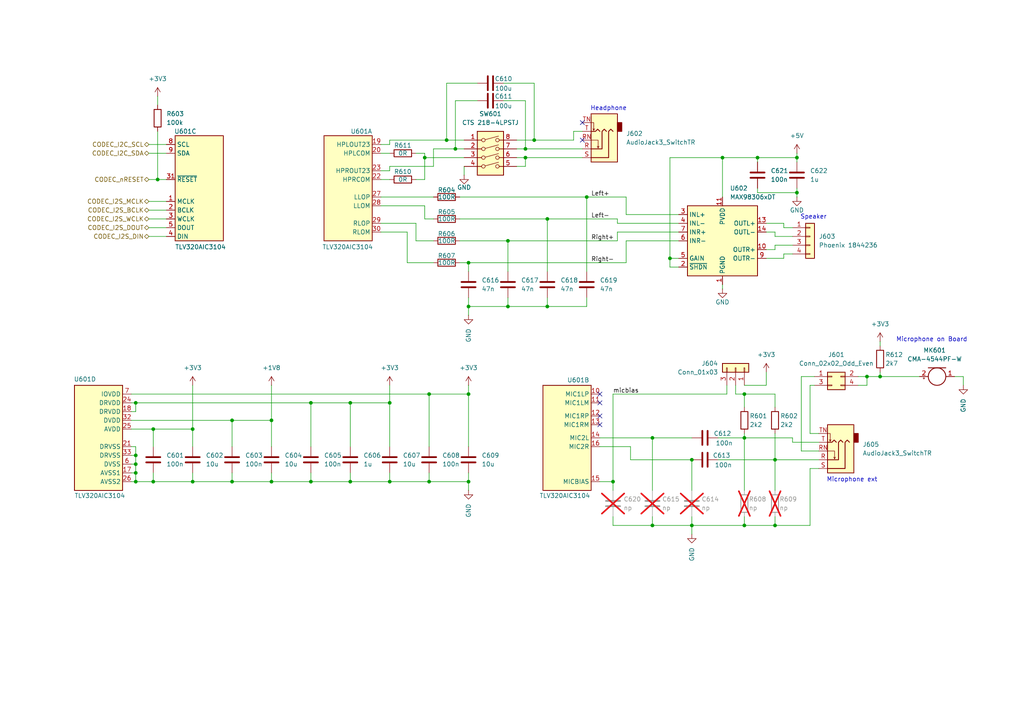
<source format=kicad_sch>
(kicad_sch (version 20250114) (generator "eeschema") (generator_version "9.0")
  (paper "A4")
  (lib_symbols
    (symbol "+3V3_1" (power) (pin_numbers (hide yes)) (pin_names (offset 0) (hide yes))
      (property "Value" "+3V3" (at 0 3.556 0))
      (symbol "+3V3_1_0_1"
        (polyline (pts (xy -0.762 1.27) (xy 0 2.54)))
        (polyline (pts (xy 0 2.54) (xy 0.762 1.27)))
        (polyline (pts (xy 0 0) (xy 0 2.54)))
      )
      (symbol "+3V3_1_1_1"
        (pin power_in line (at 0 0 90) (length 0) (name "~") (number "1"))
      )
    )
    (symbol "Amplifier_Audio:MAX98306xDT"
      (property "Reference" "U" (at 10.16 14.605 0))
      (property "Value" "MAX98306xDT" (at 10.16 12.065 0))
      (symbol "MAX98306xDT_0_1"
        (rectangle (start -10.16 10.16) (end 10.16 -10.16) (stroke (width 0.254)) (fill (type background)))
      )
      (symbol "MAX98306xDT_1_1"
        (pin input line (at -12.7 7.62 0) (length 2.54) (name "INL+") (number "3"))
        (pin input line (at -12.7 5.08 0) (length 2.54) (name "INL-") (number "4"))
        (pin input line (at -12.7 2.54 0) (length 2.54) (name "INR+") (number "7"))
        (pin input line (at -12.7 0 0) (length 2.54) (name "INR-") (number "6"))
        (pin input line (at -12.7 -5.08 0) (length 2.54) (name "GAIN") (number "5"))
        (pin input line (at -12.7 -7.62 0) (length 2.54) (name "~{SHDN}") (number "2"))
        (pin power_in line (at 0 12.7 270) (length 2.54) (name "PVDD") (number "11"))
        (pin passive line (at 0 12.7 270) (length 2.54) (hide yes) (name "PVDD") (number "12"))
        (pin power_in line (at 0 -12.7 90) (length 2.54) (name "PGND") (number "1"))
        (pin passive line (at 0 -12.7 90) (length 2.54) (hide yes) (name "PGND") (number "15"))
        (pin passive line (at 0 -12.7 90) (length 2.54) (hide yes) (name "PGND") (number "8"))
        (pin power_out line (at 12.7 5.08 180) (length 2.54) (name "OUTL+") (number "13"))
        (pin power_out line (at 12.7 2.54 180) (length 2.54) (name "OUTL-") (number "14"))
        (pin power_out line (at 12.7 -2.54 180) (length 2.54) (name "OUTR+") (number "10"))
        (pin power_out line (at 12.7 -5.08 180) (length 2.54) (name "OUTR-") (number "9"))
      )
    )
    (symbol "Connector_Audio:AudioJack3_SwitchTR"
      (property "Reference" "J" (at 0 8.89 0))
      (property "Value" "AudioJack3_SwitchTR" (at 0 6.35 0))
      (symbol "AudioJack3_SwitchTR_0_1"
        (rectangle (start -5.08 -5.08) (end -6.35 -7.62) (stroke (width 0.254)) (fill (type outline)))
        (polyline (pts (xy -1.905 -5.08) (xy -1.27 -5.715) (xy -0.635 -5.08) (xy -0.635 0) (xy 2.54 0)) (stroke (width 0.254)))
        (polyline (pts (xy 0 -5.08) (xy 0.635 -5.715) (xy 1.27 -5.08) (xy 2.54 -5.08)) (stroke (width 0.254)))
        (polyline (pts (xy 0.508 -0.254) (xy 0.762 -0.762)))
        (polyline (pts (xy 1.778 -5.334) (xy 2.032 -5.842)))
        (rectangle (start 2.54 3.81) (end -5.08 -10.16) (stroke (width 0.254)) (fill (type background)))
        (polyline (pts (xy 2.54 2.54) (xy -2.54 2.54) (xy -2.54 -5.08) (xy -3.175 -5.715) (xy -3.81 -5.08)) (stroke (width 0.254)))
        (polyline (pts (xy 2.54 -2.54) (xy 0.508 -2.54) (xy 0.508 -0.254) (xy 0.254 -0.762)))
        (polyline (pts (xy 2.54 -7.62) (xy 1.778 -7.62) (xy 1.778 -5.334) (xy 1.524 -5.842)))
      )
      (symbol "AudioJack3_SwitchTR_1_1"
        (pin passive line (at 5.08 2.54 180) (length 2.54) (name "~") (number "S"))
        (pin passive line (at 5.08 0 180) (length 2.54) (name "~") (number "R"))
        (pin passive line (at 5.08 -2.54 180) (length 2.54) (name "~") (number "RN"))
        (pin passive line (at 5.08 -5.08 180) (length 2.54) (name "~") (number "T"))
        (pin passive line (at 5.08 -7.62 180) (length 2.54) (name "~") (number "TN"))
      )
    )
    (symbol "Connector_Generic:Conn_01x03" (pin_names (offset 1.016) (hide yes))
      (property "Reference" "J" (at 0 5.08 0))
      (property "Value" "Conn_01x03" (at 0 -5.08 0))
      (symbol "Conn_01x03_1_1"
        (rectangle (start -1.27 3.81) (end 1.27 -3.81) (stroke (width 0.254)) (fill (type background)))
        (rectangle (start -1.27 2.667) (end 0 2.413) (stroke (width 0.1524)))
        (rectangle (start -1.27 0.127) (end 0 -0.127) (stroke (width 0.1524)))
        (rectangle (start -1.27 -2.413) (end 0 -2.667) (stroke (width 0.1524)))
        (pin passive line (at -5.08 2.54 0) (length 3.81) (name "Pin_1") (number "1"))
        (pin passive line (at -5.08 0 0) (length 3.81) (name "Pin_2") (number "2"))
        (pin passive line (at -5.08 -2.54 0) (length 3.81) (name "Pin_3") (number "3"))
      )
    )
    (symbol "Connector_Generic:Conn_01x04" (pin_names (offset 1.016) (hide yes))
      (property "Reference" "J" (at 0 5.08 0))
      (property "Value" "Conn_01x04" (at 0 -7.62 0))
      (symbol "Conn_01x04_1_1"
        (rectangle (start -1.27 3.81) (end 1.27 -6.35) (stroke (width 0.254)) (fill (type background)))
        (rectangle (start -1.27 2.667) (end 0 2.413) (stroke (width 0.1524)))
        (rectangle (start -1.27 0.127) (end 0 -0.127) (stroke (width 0.1524)))
        (rectangle (start -1.27 -2.413) (end 0 -2.667) (stroke (width 0.1524)))
        (rectangle (start -1.27 -4.953) (end 0 -5.207) (stroke (width 0.1524)))
        (pin passive line (at -5.08 2.54 0) (length 3.81) (name "Pin_1") (number "1"))
        (pin passive line (at -5.08 0 0) (length 3.81) (name "Pin_2") (number "2"))
        (pin passive line (at -5.08 -2.54 0) (length 3.81) (name "Pin_3") (number "3"))
        (pin passive line (at -5.08 -5.08 0) (length 3.81) (name "Pin_4") (number "4"))
      )
    )
    (symbol "Connector_Generic:Conn_02x02_Odd_Even" (pin_names (offset 1.016) (hide yes))
      (property "Reference" "J" (at 1.27 2.54 0))
      (property "Value" "Conn_02x02_Odd_Even" (at 1.27 -5.08 0))
      (symbol "Conn_02x02_Odd_Even_1_1"
        (rectangle (start -1.27 1.27) (end 3.81 -3.81) (stroke (width 0.254)) (fill (type background)))
        (rectangle (start -1.27 0.127) (end 0 -0.127) (stroke (width 0.1524)))
        (rectangle (start -1.27 -2.413) (end 0 -2.667) (stroke (width 0.1524)))
        (rectangle (start 3.81 0.127) (end 2.54 -0.127) (stroke (width 0.1524)))
        (rectangle (start 3.81 -2.413) (end 2.54 -2.667) (stroke (width 0.1524)))
        (pin passive line (at -5.08 0 0) (length 3.81) (name "Pin_1") (number "1"))
        (pin passive line (at -5.08 -2.54 0) (length 3.81) (name "Pin_3") (number "3"))
        (pin passive line (at 7.62 0 180) (length 3.81) (name "Pin_2") (number "2"))
        (pin passive line (at 7.62 -2.54 180) (length 3.81) (name "Pin_4") (number "4"))
      )
    )
    (symbol "Device:C" (pin_numbers (hide yes)) (pin_names (offset 0.254))
      (property "Reference" "C" (at 0.635 2.54 0))
      (property "Value" "C" (at 0.635 -2.54 0))
      (symbol "C_0_1"
        (polyline (pts (xy -2.032 0.762) (xy 2.032 0.762)) (stroke (width 0.508)))
        (polyline (pts (xy -2.032 -0.762) (xy 2.032 -0.762)) (stroke (width 0.508)))
      )
      (symbol "C_1_1"
        (pin passive line (at 0 3.81 270) (length 2.794) (name "~") (number "1"))
        (pin passive line (at 0 -3.81 90) (length 2.794) (name "~") (number "2"))
      )
    )
    (symbol "Device:Microphone" (pin_names (offset 0.0254) (hide yes))
      (property "Reference" "MK" (at -3.81 1.27 0))
      (property "Value" "Microphone" (at -3.81 -0.635 0))
      (symbol "Microphone_0_1"
        (polyline (pts (xy -2.54 2.54) (xy -2.54 -2.54)) (stroke (width 0.254)))
        (circle (center 0 0) (radius 2.54) (stroke (width 0.254)))
        (polyline (pts (xy 0.254 3.81) (xy 0.762 3.81)))
        (polyline (pts (xy 0.508 4.064) (xy 0.508 3.556)))
      )
      (symbol "Microphone_1_1"
        (pin passive line (at 0 5.08 270) (length 2.54) (name "+") (number "2"))
        (pin passive line (at 0 -5.08 90) (length 2.54) (name "-") (number "1"))
      )
    )
    (symbol "Device:R" (pin_numbers (hide yes)) (pin_names (offset 0))
      (property "Reference" "R" (at 2.032 0 90))
      (property "Value" "R" (at 0 0 90))
      (symbol "R_0_1"
        (rectangle (start -1.016 -2.54) (end 1.016 2.54) (stroke (width 0.254)))
      )
      (symbol "R_1_1"
        (pin passive line (at 0 3.81 270) (length 1.27) (name "~") (number "1"))
        (pin passive line (at 0 -3.81 90) (length 1.27) (name "~") (number "2"))
      )
    )
    (symbol "GND_1" (power) (pin_numbers (hide yes)) (pin_names (offset 0) (hide yes))
      (property "Value" "GND" (at 0 -3.81 0))
      (symbol "GND_1_0_1"
        (polyline (pts (xy 0 0) (xy 0 -1.27) (xy 1.27 -1.27) (xy 0 -2.54) (xy -1.27 -1.27) (xy 0 -1.27)))
      )
      (symbol "GND_1_1_1"
        (pin power_in line (at 0 0 270) (length 0) (name "~") (number "1"))
      )
    )
    (symbol "Switch:SW_DIP_x04" (pin_names (offset 0) (hide yes))
      (property "Reference" "SW" (at 0 8.89 0))
      (property "Value" "SW_DIP_x04" (at 0 -6.35 0))
      (symbol "SW_DIP_x04_0_0"
        (circle (center -2.032 5.08) (radius 0.508))
        (circle (center -2.032 2.54) (radius 0.508))
        (circle (center -2.032 0) (radius 0.508))
        (circle (center -2.032 -2.54) (radius 0.508))
        (polyline (pts (xy -1.524 5.207) (xy 2.3622 6.2484)))
        (polyline (pts (xy -1.524 2.667) (xy 2.3622 3.7084)))
        (polyline (pts (xy -1.524 0.127) (xy 2.3622 1.1684)))
        (polyline (pts (xy -1.524 -2.3876) (xy 2.3622 -1.3462)))
        (circle (center 2.032 5.08) (radius 0.508))
        (circle (center 2.032 2.54) (radius 0.508))
        (circle (center 2.032 0) (radius 0.508))
        (circle (center 2.032 -2.54) (radius 0.508))
      )
      (symbol "SW_DIP_x04_0_1"
        (rectangle (start -3.81 7.62) (end 3.81 -5.08) (stroke (width 0.254)) (fill (type background)))
      )
      (symbol "SW_DIP_x04_1_1"
        (pin passive line (at -7.62 5.08 0) (length 5.08) (name "~") (number "1"))
        (pin passive line (at -7.62 2.54 0) (length 5.08) (name "~") (number "2"))
        (pin passive line (at -7.62 0 0) (length 5.08) (name "~") (number "3"))
        (pin passive line (at -7.62 -2.54 0) (length 5.08) (name "~") (number "4"))
        (pin passive line (at 7.62 5.08 180) (length 5.08) (name "~") (number "8"))
        (pin passive line (at 7.62 2.54 180) (length 5.08) (name "~") (number "7"))
        (pin passive line (at 7.62 0 180) (length 5.08) (name "~") (number "6"))
        (pin passive line (at 7.62 -2.54 180) (length 5.08) (name "~") (number "5"))
      )
    )
    (symbol "additial parts:TLV320AIC3104"
      (property "Reference" "U" (at 1.016 1.27 0))
      (property "Value" "TLV320AIC3104" (at 7.112 -32.004 0))
      (symbol "TLV320AIC3104_1_1"
        (rectangle (start 0 0) (end 13.97 -30.48) (stroke (width 0.254)) (fill (type background)))
        (pin output line (at -2.54 -2.54 0) (length 2.54) (name "HPLOUT23") (number "19"))
        (pin output line (at -2.54 -5.08 0) (length 2.54) (name "HPLCOM") (number "20"))
        (pin output line (at -2.54 -10.16 0) (length 2.54) (name "HPROUT23") (number "23"))
        (pin output line (at -2.54 -12.7 0) (length 2.54) (name "HPRCOM") (number "22"))
        (pin output line (at -2.54 -17.78 0) (length 2.54) (name "LLOP") (number "27"))
        (pin output line (at -2.54 -20.32 0) (length 2.54) (name "LLOM") (number "28"))
        (pin output line (at -2.54 -25.4 0) (length 2.54) (name "RLOP") (number "29"))
        (pin output line (at -2.54 -27.94 0) (length 2.54) (name "RLOM") (number "30"))
      )
      (symbol "TLV320AIC3104_2_1"
        (rectangle (start 0 0) (end 13.97 -30.48) (stroke (width 0.254)) (fill (type background)))
        (pin input line (at -2.54 -2.54 0) (length 2.54) (name "MIC1LP") (number "10"))
        (pin input line (at -2.54 -5.08 0) (length 2.54) (name "MIC1LM") (number "11"))
        (pin input line (at -2.54 -8.89 0) (length 2.54) (name "MIC1RP") (number "12"))
        (pin input line (at -2.54 -11.43 0) (length 2.54) (name "MIC1RM") (number "13"))
        (pin input line (at -2.54 -15.24 0) (length 2.54) (name "MIC2L") (number "14"))
        (pin input line (at -2.54 -17.78 0) (length 2.54) (name "MIC2R") (number "16"))
        (pin output line (at -2.54 -27.94 0) (length 2.54) (name "MICBIAS") (number "15"))
      )
      (symbol "TLV320AIC3104_3_1"
        (rectangle (start 0 0) (end 13.97 -30.48) (stroke (width 0.254)) (fill (type background)))
        (pin bidirectional line (at -2.54 -2.54 0) (length 2.54) (name "SCL") (number "8"))
        (pin bidirectional line (at -2.54 -5.08 0) (length 2.54) (name "SDA") (number "9"))
        (pin input line (at -2.54 -12.7 0) (length 2.54) (name "~{RESET}") (number "31"))
        (pin input line (at -2.54 -19.05 0) (length 2.54) (name "MCLK") (number "1"))
        (pin bidirectional line (at -2.54 -21.59 0) (length 2.54) (name "BCLK") (number "2"))
        (pin bidirectional line (at -2.54 -24.13 0) (length 2.54) (name "WCLK") (number "3"))
        (pin output line (at -2.54 -26.67 0) (length 2.54) (name "DOUT") (number "5"))
        (pin input line (at -2.54 -29.21 0) (length 2.54) (name "DIN") (number "4"))
      )
      (symbol "TLV320AIC3104_4_1"
        (rectangle (start 0 0) (end 13.97 -30.48) (stroke (width 0.254)) (fill (type background)))
        (pin power_in line (at 16.51 -2.54 180) (length 2.54) (name "IOVDD") (number "7"))
        (pin power_in line (at 16.51 -5.08 180) (length 2.54) (name "DRVDD") (number "24"))
        (pin power_in line (at 16.51 -7.62 180) (length 2.54) (name "DRVDD") (number "18"))
        (pin power_in line (at 16.51 -10.16 180) (length 2.54) (name "DVDD") (number "32"))
        (pin power_in line (at 16.51 -12.7 180) (length 2.54) (name "AVDD") (number "25"))
        (pin power_in line (at 16.51 -17.78 180) (length 2.54) (name "DRVSS") (number "21"))
        (pin power_in line (at 16.51 -20.32 180) (length 2.54) (name "DRVSS") (number "33"))
        (pin power_in line (at 16.51 -22.86 180) (length 2.54) (name "DVSS") (number "6"))
        (pin power_in line (at 16.51 -25.4 180) (length 2.54) (name "AVSS1") (number "17"))
        (pin power_in line (at 16.51 -27.94 180) (length 2.54) (name "AVSS2") (number "26"))
      )
    )
    (symbol "power:+1V8" (power) (pin_numbers (hide yes)) (pin_names (offset 0) (hide yes))
      (property "Value" "+1V8" (at 0 3.556 0))
      (symbol "+1V8_0_1"
        (polyline (pts (xy -0.762 1.27) (xy 0 2.54)))
        (polyline (pts (xy 0 2.54) (xy 0.762 1.27)))
        (polyline (pts (xy 0 0) (xy 0 2.54)))
      )
      (symbol "+1V8_1_1"
        (pin power_in line (at 0 0 90) (length 0) (name "~") (number "1"))
      )
    )
    (symbol "power:+5V" (power) (pin_numbers (hide yes)) (pin_names (offset 0) (hide yes))
      (property "Value" "+5V" (at 0 3.556 0))
      (symbol "+5V_0_1"
        (polyline (pts (xy -0.762 1.27) (xy 0 2.54)))
        (polyline (pts (xy 0 2.54) (xy 0.762 1.27)))
        (polyline (pts (xy 0 0) (xy 0 2.54)))
      )
      (symbol "+5V_1_1"
        (pin power_in line (at 0 0 90) (length 0) (name "~") (number "1"))
      )
    )
  )
  (text "Speaker" (at 235.966 62.992 0) (effects (font (size 1.27 1.27))))
  (text "Microphone ext" (at 247.142 139.192 0) (effects (font (size 1.27 1.27))))
  (text "Headphone" (at 176.53 31.496 0) (effects (font (size 1.27 1.27))))
  (text "Microphone on Board" (at 270.256 98.552 0) (effects (font (size 1.27 1.27))))
  (junction (at 147.32 88.9))
  (junction (at 124.46 114.3))
  (junction (at 224.79 152.4))
  (junction (at 123.19 45.72))
  (junction (at 177.8 139.7))
  (junction (at 90.17 116.84))
  (junction (at 39.37 132.08))
  (junction (at 135.89 114.3))
  (junction (at 90.17 139.7))
  (junction (at 101.6 139.7))
  (junction (at 189.23 127))
  (junction (at 44.45 124.46))
  (junction (at 135.89 76.2))
  (junction (at 44.45 139.7))
  (junction (at 55.88 124.46))
  (junction (at 67.31 139.7))
  (junction (at 158.75 88.9))
  (junction (at 255.27 109.22))
  (junction (at 189.23 152.4))
  (junction (at 135.89 139.7))
  (junction (at 101.6 116.84))
  (junction (at 135.89 88.9))
  (junction (at 129.54 40.64))
  (junction (at 224.79 133.35))
  (junction (at 231.14 55.88))
  (junction (at 215.9 114.3))
  (junction (at 152.4 43.18))
  (junction (at 39.37 116.84))
  (junction (at 39.37 139.7))
  (junction (at 45.72 52.07))
  (junction (at 209.55 45.72))
  (junction (at 200.66 133.35))
  (junction (at 170.18 57.15))
  (junction (at 215.9 127))
  (junction (at 132.08 43.18))
  (junction (at 39.37 134.62))
  (junction (at 124.46 139.7))
  (junction (at 55.88 139.7))
  (junction (at 113.03 139.7))
  (junction (at 154.94 40.64))
  (junction (at 78.74 139.7))
  (junction (at 147.32 69.85))
  (junction (at 113.03 116.84))
  (junction (at 231.14 45.72))
  (junction (at 200.66 152.4))
  (junction (at 194.31 74.93))
  (junction (at 158.75 63.5))
  (junction (at 78.74 121.92))
  (junction (at 251.46 109.22))
  (junction (at 152.4 45.72))
  (junction (at 67.31 121.92))
  (junction (at 215.9 152.4))
  (junction (at 219.71 45.72))
  (junction (at 39.37 137.16))
  (no_connect (at 173.99 123.19))
  (no_connect (at 168.91 35.56))
  (no_connect (at 168.91 40.64))
  (no_connect (at 173.99 120.65))
  (no_connect (at 173.99 116.84))
  (no_connect (at 173.99 114.3))
  (wire (pts (xy 224.79 152.4) (xy 234.95 152.4)))
  (wire (pts (xy 67.31 129.54) (xy 67.31 121.92)))
  (wire (pts (xy 213.36 111.76) (xy 213.36 114.3)))
  (wire (pts (xy 133.35 63.5) (xy 158.75 63.5)))
  (wire (pts (xy 113.03 41.91) (xy 113.03 40.64)))
  (wire (pts (xy 224.79 72.39) (xy 222.25 72.39)))
  (wire (pts (xy 231.14 46.99) (xy 231.14 45.72)))
  (wire (pts (xy 194.31 74.93) (xy 196.85 74.93)))
  (wire (pts (xy 138.43 29.21) (xy 132.08 29.21)))
  (wire (pts (xy 149.86 48.26) (xy 152.4 48.26)))
  (wire (pts (xy 44.45 129.54) (xy 44.45 124.46)))
  (wire (pts (xy 236.22 109.22) (xy 232.41 109.22)))
  (wire (pts (xy 78.74 139.7) (xy 90.17 139.7)))
  (wire (pts (xy 45.72 27.94) (xy 45.72 30.48)))
  (wire (pts (xy 170.18 57.15) (xy 170.18 78.74)))
  (wire (pts (xy 251.46 109.22) (xy 248.92 109.22)))
  (wire (pts (xy 132.08 29.21) (xy 132.08 43.18)))
  (wire (pts (xy 39.37 116.84) (xy 90.17 116.84)))
  (wire (pts (xy 234.95 135.89) (xy 237.49 135.89)))
  (wire (pts (xy 135.89 139.7) (xy 135.89 142.24)))
  (wire (pts (xy 90.17 139.7) (xy 101.6 139.7)))
  (wire (pts (xy 101.6 116.84) (xy 90.17 116.84)))
  (wire (pts (xy 219.71 45.72) (xy 219.71 46.99)))
  (wire (pts (xy 118.11 76.2) (xy 125.73 76.2)))
  (wire (pts (xy 173.99 139.7) (xy 177.8 139.7)))
  (wire (pts (xy 45.72 38.1) (xy 45.72 52.07)))
  (wire (pts (xy 39.37 134.62) (xy 39.37 137.16)))
  (wire (pts (xy 234.95 135.89) (xy 234.95 152.4)))
  (wire (pts (xy 78.74 111.76) (xy 78.74 121.92)))
  (wire (pts (xy 215.9 114.3) (xy 213.36 114.3)))
  (wire (pts (xy 227.33 74.93) (xy 227.33 73.66)))
  (wire (pts (xy 101.6 137.16) (xy 101.6 139.7)))
  (wire (pts (xy 215.9 127) (xy 215.9 125.73)))
  (wire (pts (xy 200.66 133.35) (xy 200.66 142.24)))
  (wire (pts (xy 224.79 125.73) (xy 224.79 133.35)))
  (wire (pts (xy 200.66 152.4) (xy 200.66 149.86)))
  (wire (pts (xy 158.75 88.9) (xy 147.32 88.9)))
  (wire (pts (xy 158.75 63.5) (xy 179.07 63.5)))
  (wire (pts (xy 158.75 86.36) (xy 158.75 88.9)))
  (wire (pts (xy 39.37 119.38) (xy 39.37 116.84)))
  (wire (pts (xy 55.88 124.46) (xy 55.88 129.54)))
  (wire (pts (xy 181.61 69.85) (xy 196.85 69.85)))
  (wire (pts (xy 135.89 88.9) (xy 135.89 91.44)))
  (wire (pts (xy 55.88 137.16) (xy 55.88 139.7)))
  (wire (pts (xy 200.66 152.4) (xy 200.66 154.94)))
  (wire (pts (xy 43.18 63.5) (xy 48.26 63.5)))
  (wire (pts (xy 231.14 44.45) (xy 231.14 45.72)))
  (wire (pts (xy 149.86 40.64) (xy 154.94 40.64)))
  (wire (pts (xy 231.14 55.88) (xy 231.14 54.61)))
  (wire (pts (xy 110.49 64.77) (xy 120.65 64.77)))
  (wire (pts (xy 78.74 129.54) (xy 78.74 121.92)))
  (wire (pts (xy 135.89 137.16) (xy 135.89 139.7)))
  (wire (pts (xy 237.49 125.73) (xy 234.95 125.73)))
  (wire (pts (xy 189.23 127) (xy 200.66 127)))
  (wire (pts (xy 149.86 45.72) (xy 152.4 45.72)))
  (wire (pts (xy 124.46 139.7) (xy 135.89 139.7)))
  (wire (pts (xy 124.46 114.3) (xy 124.46 129.54)))
  (wire (pts (xy 147.32 69.85) (xy 147.32 78.74)))
  (wire (pts (xy 135.89 78.74) (xy 135.89 76.2)))
  (wire (pts (xy 147.32 86.36) (xy 147.32 88.9)))
  (wire (pts (xy 219.71 55.88) (xy 231.14 55.88)))
  (wire (pts (xy 39.37 139.7) (xy 44.45 139.7)))
  (wire (pts (xy 232.41 109.22) (xy 232.41 130.81)))
  (wire (pts (xy 123.19 52.07) (xy 123.19 45.72)))
  (wire (pts (xy 38.1 114.3) (xy 124.46 114.3)))
  (wire (pts (xy 38.1 119.38) (xy 39.37 119.38)))
  (wire (pts (xy 177.8 149.86) (xy 177.8 152.4)))
  (wire (pts (xy 113.03 40.64) (xy 129.54 40.64)))
  (wire (pts (xy 135.89 129.54) (xy 135.89 114.3)))
  (wire (pts (xy 173.99 127) (xy 189.23 127)))
  (wire (pts (xy 129.54 40.64) (xy 134.62 40.64)))
  (wire (pts (xy 219.71 45.72) (xy 209.55 45.72)))
  (wire (pts (xy 224.79 133.35) (xy 237.49 133.35)))
  (wire (pts (xy 181.61 62.23) (xy 181.61 57.15)))
  (wire (pts (xy 179.07 67.31) (xy 196.85 67.31)))
  (wire (pts (xy 170.18 57.15) (xy 181.61 57.15)))
  (wire (pts (xy 215.9 118.11) (xy 215.9 114.3)))
  (wire (pts (xy 123.19 59.69) (xy 123.19 63.5)))
  (wire (pts (xy 135.89 76.2) (xy 133.35 76.2)))
  (wire (pts (xy 38.1 129.54) (xy 39.37 129.54)))
  (wire (pts (xy 39.37 132.08) (xy 39.37 134.62)))
  (wire (pts (xy 135.89 88.9) (xy 135.89 86.36)))
  (wire (pts (xy 152.4 43.18) (xy 168.91 43.18)))
  (wire (pts (xy 224.79 67.31) (xy 222.25 67.31)))
  (wire (pts (xy 181.61 76.2) (xy 181.61 69.85)))
  (wire (pts (xy 177.8 114.3) (xy 210.82 114.3)))
  (wire (pts (xy 39.37 139.7) (xy 39.37 137.16)))
  (wire (pts (xy 129.54 24.13) (xy 129.54 40.64)))
  (wire (pts (xy 179.07 63.5) (xy 179.07 64.77)))
  (wire (pts (xy 55.88 111.76) (xy 55.88 124.46)))
  (wire (pts (xy 200.66 152.4) (xy 215.9 152.4)))
  (wire (pts (xy 179.07 67.31) (xy 179.07 69.85)))
  (wire (pts (xy 147.32 69.85) (xy 179.07 69.85)))
  (wire (pts (xy 154.94 40.64) (xy 166.37 40.64)))
  (wire (pts (xy 152.4 45.72) (xy 152.4 48.26)))
  (wire (pts (xy 43.18 68.58) (xy 48.26 68.58)))
  (wire (pts (xy 170.18 88.9) (xy 158.75 88.9)))
  (wire (pts (xy 210.82 114.3) (xy 210.82 111.76)))
  (wire (pts (xy 215.9 127) (xy 229.87 127)))
  (wire (pts (xy 124.46 114.3) (xy 135.89 114.3)))
  (wire (pts (xy 208.28 133.35) (xy 224.79 133.35)))
  (wire (pts (xy 43.18 52.07) (xy 45.72 52.07)))
  (wire (pts (xy 177.8 152.4) (xy 189.23 152.4)))
  (wire (pts (xy 279.4 109.22) (xy 279.4 111.76)))
  (wire (pts (xy 110.49 59.69) (xy 123.19 59.69)))
  (wire (pts (xy 194.31 74.93) (xy 194.31 45.72)))
  (wire (pts (xy 135.89 111.76) (xy 135.89 114.3)))
  (wire (pts (xy 147.32 88.9) (xy 135.89 88.9)))
  (wire (pts (xy 166.37 38.1) (xy 166.37 40.64)))
  (wire (pts (xy 255.27 99.06) (xy 255.27 100.33)))
  (wire (pts (xy 101.6 129.54) (xy 101.6 116.84)))
  (wire (pts (xy 224.79 71.12) (xy 224.79 72.39)))
  (wire (pts (xy 177.8 139.7) (xy 177.8 142.24)))
  (wire (pts (xy 110.49 49.53) (xy 113.03 49.53)))
  (wire (pts (xy 154.94 40.64) (xy 154.94 24.13)))
  (wire (pts (xy 215.9 111.76) (xy 222.25 111.76)))
  (wire (pts (xy 120.65 52.07) (xy 123.19 52.07)))
  (wire (pts (xy 168.91 38.1) (xy 166.37 38.1)))
  (wire (pts (xy 78.74 137.16) (xy 78.74 139.7)))
  (wire (pts (xy 224.79 118.11) (xy 224.79 114.3)))
  (wire (pts (xy 229.87 127) (xy 229.87 128.27)))
  (wire (pts (xy 215.9 152.4) (xy 224.79 152.4)))
  (wire (pts (xy 182.88 129.54) (xy 182.88 133.35)))
  (wire (pts (xy 44.45 124.46) (xy 55.88 124.46)))
  (wire (pts (xy 234.95 111.76) (xy 234.95 125.73)))
  (wire (pts (xy 179.07 64.77) (xy 196.85 64.77)))
  (wire (pts (xy 222.25 64.77) (xy 227.33 64.77)))
  (wire (pts (xy 67.31 139.7) (xy 78.74 139.7)))
  (wire (pts (xy 133.35 69.85) (xy 147.32 69.85)))
  (wire (pts (xy 110.49 44.45) (xy 113.03 44.45)))
  (wire (pts (xy 113.03 139.7) (xy 124.46 139.7)))
  (wire (pts (xy 39.37 129.54) (xy 39.37 132.08)))
  (wire (pts (xy 276.86 109.22) (xy 279.4 109.22)))
  (wire (pts (xy 38.1 116.84) (xy 39.37 116.84)))
  (wire (pts (xy 101.6 139.7) (xy 113.03 139.7)))
  (wire (pts (xy 110.49 52.07) (xy 113.03 52.07)))
  (wire (pts (xy 123.19 44.45) (xy 120.65 44.45)))
  (wire (pts (xy 138.43 24.13) (xy 129.54 24.13)))
  (wire (pts (xy 231.14 45.72) (xy 219.71 45.72)))
  (wire (pts (xy 170.18 86.36) (xy 170.18 88.9)))
  (wire (pts (xy 196.85 77.47) (xy 194.31 77.47)))
  (wire (pts (xy 45.72 52.07) (xy 48.26 52.07)))
  (wire (pts (xy 90.17 129.54) (xy 90.17 116.84)))
  (wire (pts (xy 110.49 67.31) (xy 118.11 67.31)))
  (wire (pts (xy 231.14 57.15) (xy 231.14 55.88)))
  (wire (pts (xy 120.65 69.85) (xy 125.73 69.85)))
  (wire (pts (xy 222.25 74.93) (xy 227.33 74.93)))
  (wire (pts (xy 209.55 83.82) (xy 209.55 82.55)))
  (wire (pts (xy 78.74 121.92) (xy 67.31 121.92)))
  (wire (pts (xy 227.33 73.66) (xy 229.87 73.66)))
  (wire (pts (xy 182.88 133.35) (xy 200.66 133.35)))
  (wire (pts (xy 123.19 63.5) (xy 125.73 63.5)))
  (wire (pts (xy 158.75 63.5) (xy 158.75 78.74)))
  (wire (pts (xy 90.17 137.16) (xy 90.17 139.7)))
  (wire (pts (xy 123.19 45.72) (xy 134.62 45.72)))
  (wire (pts (xy 113.03 116.84) (xy 101.6 116.84)))
  (wire (pts (xy 196.85 62.23) (xy 181.61 62.23)))
  (wire (pts (xy 251.46 111.76) (xy 251.46 109.22)))
  (wire (pts (xy 229.87 128.27) (xy 237.49 128.27)))
  (wire (pts (xy 125.73 48.26) (xy 125.73 43.18)))
  (wire (pts (xy 44.45 139.7) (xy 55.88 139.7)))
  (wire (pts (xy 152.4 29.21) (xy 152.4 43.18)))
  (wire (pts (xy 55.88 139.7) (xy 67.31 139.7)))
  (wire (pts (xy 43.18 66.04) (xy 48.26 66.04)))
  (wire (pts (xy 146.05 29.21) (xy 152.4 29.21)))
  (wire (pts (xy 110.49 57.15) (xy 125.73 57.15)))
  (wire (pts (xy 123.19 45.72) (xy 123.19 44.45)))
  (wire (pts (xy 154.94 24.13) (xy 146.05 24.13)))
  (wire (pts (xy 43.18 41.91) (xy 48.26 41.91)))
  (wire (pts (xy 229.87 68.58) (xy 224.79 68.58)))
  (wire (pts (xy 229.87 71.12) (xy 224.79 71.12)))
  (wire (pts (xy 134.62 48.26) (xy 134.62 50.8)))
  (wire (pts (xy 67.31 121.92) (xy 38.1 121.92)))
  (wire (pts (xy 152.4 45.72) (xy 168.91 45.72)))
  (wire (pts (xy 67.31 137.16) (xy 67.31 139.7)))
  (wire (pts (xy 118.11 67.31) (xy 118.11 76.2)))
  (wire (pts (xy 110.49 41.91) (xy 113.03 41.91)))
  (wire (pts (xy 43.18 58.42) (xy 48.26 58.42)))
  (wire (pts (xy 132.08 43.18) (xy 134.62 43.18)))
  (wire (pts (xy 113.03 129.54) (xy 113.03 116.84)))
  (wire (pts (xy 113.03 49.53) (xy 113.03 48.26)))
  (wire (pts (xy 248.92 111.76) (xy 251.46 111.76)))
  (wire (pts (xy 224.79 114.3) (xy 215.9 114.3)))
  (wire (pts (xy 43.18 60.96) (xy 48.26 60.96)))
  (wire (pts (xy 189.23 152.4) (xy 200.66 152.4)))
  (wire (pts (xy 215.9 127) (xy 215.9 142.24)))
  (wire (pts (xy 227.33 66.04) (xy 229.87 66.04)))
  (wire (pts (xy 222.25 107.95) (xy 222.25 111.76)))
  (wire (pts (xy 38.1 139.7) (xy 39.37 139.7)))
  (wire (pts (xy 124.46 139.7) (xy 124.46 137.16)))
  (wire (pts (xy 135.89 76.2) (xy 181.61 76.2)))
  (wire (pts (xy 113.03 48.26) (xy 125.73 48.26)))
  (wire (pts (xy 219.71 54.61) (xy 219.71 55.88)))
  (wire (pts (xy 113.03 111.76) (xy 113.03 116.84)))
  (wire (pts (xy 194.31 77.47) (xy 194.31 74.93)))
  (wire (pts (xy 38.1 132.08) (xy 39.37 132.08)))
  (wire (pts (xy 224.79 68.58) (xy 224.79 67.31)))
  (wire (pts (xy 44.45 124.46) (xy 38.1 124.46)))
  (wire (pts (xy 194.31 45.72) (xy 209.55 45.72)))
  (wire (pts (xy 237.49 130.81) (xy 232.41 130.81)))
  (wire (pts (xy 133.35 57.15) (xy 170.18 57.15)))
  (wire (pts (xy 113.03 137.16) (xy 113.03 139.7)))
  (wire (pts (xy 39.37 137.16) (xy 38.1 137.16)))
  (wire (pts (xy 189.23 127) (xy 189.23 142.24)))
  (wire (pts (xy 152.4 43.18) (xy 149.86 43.18)))
  (wire (pts (xy 255.27 107.95) (xy 255.27 109.22)))
  (wire (pts (xy 173.99 129.54) (xy 182.88 129.54)))
  (wire (pts (xy 224.79 133.35) (xy 224.79 142.24)))
  (wire (pts (xy 208.28 127) (xy 215.9 127)))
  (wire (pts (xy 189.23 149.86) (xy 189.23 152.4)))
  (wire (pts (xy 215.9 152.4) (xy 215.9 149.86)))
  (wire (pts (xy 120.65 64.77) (xy 120.65 69.85)))
  (wire (pts (xy 224.79 152.4) (xy 224.79 149.86)))
  (wire (pts (xy 38.1 134.62) (xy 39.37 134.62)))
  (wire (pts (xy 255.27 109.22) (xy 266.7 109.22)))
  (wire (pts (xy 209.55 45.72) (xy 209.55 57.15)))
  (wire (pts (xy 251.46 109.22) (xy 255.27 109.22)))
  (wire (pts (xy 44.45 137.16) (xy 44.45 139.7)))
  (wire (pts (xy 125.73 43.18) (xy 132.08 43.18)))
  (wire (pts (xy 227.33 64.77) (xy 227.33 66.04)))
  (wire (pts (xy 234.95 111.76) (xy 236.22 111.76)))
  (wire (pts (xy 177.8 114.3) (xy 177.8 139.7)))
  (wire (pts (xy 43.18 44.45) (xy 48.26 44.45)))
  (label "Right+" (at 171.45 69.85 0))
  (label "Left+" (at 171.45 57.15 0))
  (label "Left-" (at 171.45 63.5 0))
  (label "Right-" (at 171.45 76.2 0))
  (label "micbias" (at 177.8 114.3 0))
  (hierarchical_label "CODEC_I2C_SCL" (shape bidirectional) (at 43.18 41.91 180))
  (hierarchical_label "CODEC_I2S_MCLK" (shape bidirectional) (at 43.18 58.42 180))
  (hierarchical_label "CODEC_I2S_WCLK" (shape bidirectional) (at 43.18 63.5 180))
  (hierarchical_label "CODEC_I2S_DOUT" (shape bidirectional) (at 43.18 66.04 180))
  (hierarchical_label "CODEC_nRESET" (shape bidirectional) (at 43.18 52.07 180))
  (hierarchical_label "CODEC_I2S_BCLK" (shape bidirectional) (at 43.18 60.96 180))
  (hierarchical_label "CODEC_I2S_DIN" (shape bidirectional) (at 43.18 68.58 180))
  (hierarchical_label "CODEC_I2C_SDA" (shape bidirectional) (at 43.18 44.45 180))
  (symbol (lib_id "Device:C") (at 142.24 29.21 90) (unit 1)
    (property "Reference" "C611" (at 146.05 27.94 90))
    (property "Value" "100u" (at 146.05 30.734 90))
    (property "Footprint" "Capacitor_SMD:C_0805_2012Metric_Pad1.18x1.45mm_HandSolder" (effects (hide yes)))
    (property "Description" "Unpolarized capacitor" (effects (hide yes)))
    (property "Part Number" "CL21A107MQYNNWE" (effects (hide yes)))
    (property "Manufacturer" "Samsung Electro-Mechanics" (effects (hide yes)))
  )
  (symbol (lib_id "Amplifier_Audio:MAX98306xDT") (at 209.55 69.85 0) (unit 1)
    (property "Reference" "U602" (at 211.6933 54.61 0) (effects (justify left)))
    (property "Value" "MAX98306xDT" (at 211.6933 57.15 0) (effects (justify left)))
    (property "Footprint" "additional parts:TDFN-14-1EP_3x3mm_P0.4mm_EP1.78x2.35mm" (effects (hide yes)))
    (property "Datasheet" "https://datasheets.maximintegrated.com/en/ds/MAX98306.pdf" (effects (hide yes)))
    (property "Description" "Stereo 3.7 W Class D Amplifier, TDFN-14" (effects (hide yes)))
    (property "Manufacturer" "Analog Devices Inc./Maxim Integrated" (effects (hide yes)))
    (property "Part Number" "MAX98306ETD+T" (effects (hide yes)))
  )
  (symbol (lib_name "GND_1") (lib_id "power:GND") (at 209.55 83.82 0) (unit 1)
    (property "Reference" "#PWR0613" (effects (hide yes)))
    (property "Value" "GND" (at 211.582 87.63 0) (effects (justify right)))
    (property "Description" "Power symbol creates a global label with name \"GND\" , ground" (effects (hide yes)))
  )
  (symbol (lib_id "Device:C") (at 78.74 133.35 180) (unit 1)
    (property "Reference" "C604" (at 82.55 132.0799 0) (effects (justify right)))
    (property "Value" "10u" (at 82.55 134.6199 0) (effects (justify right)))
    (property "Footprint" "Capacitor_SMD:C_0603_1608Metric_Pad1.08x0.95mm_HandSolder" (effects (hide yes)))
    (property "Description" "Unpolarized capacitor" (effects (hide yes)))
    (property "Manufacturer" "Kemet" (effects (hide yes)))
    (property "Part Number" "C0603C106M9PAC7411" (effects (hide yes)))
  )
  (symbol (lib_name "+3V3_1") (lib_id "power:+3V3") (at 55.88 111.76 0) (unit 1)
    (property "Reference" "#PWR0601" (effects (hide yes)))
    (property "Value" "+3V3" (at 55.88 106.68 0))
    (property "Description" "Power symbol creates a global label with name \"+3V3\"" (effects (hide yes)))
  )
  (symbol (lib_id "Switch:SW_DIP_x04") (at 142.24 45.72 0) (unit 1)
    (property "Reference" "SW601" (at 142.24 33.02 0))
    (property "Value" "CTS 218-4LPSTJ" (at 142.24 35.56 0))
    (property "Footprint" "additional parts:SSOP-8_3.9x5.05mm_P1.27mm" (effects (hide yes)))
    (property "Description" "4x DIP Switch, Single Pole Single Throw (SPST) switch, small symbol" (effects (hide yes)))
    (property "Manufacturer" "CTS Electrocomponents" (effects (hide yes)))
    (property "Part Number" "218-4LPSTJ" (effects (hide yes)))
  )
  (symbol (lib_id "additial parts:TLV320AIC3104") (at 107.95 39.37 0) (mirror y) (unit 1)
    (property "Reference" "U601" (at 107.95 38.1 0) (effects (justify left)))
    (property "Value" "TLV320AIC3104" (at 108.204 71.628 0) (effects (justify left)))
    (property "Footprint" "Package_DFN_QFN:VQFN-32-1EP_5x5mm_P0.5mm_EP3.1x3.1mm" (effects (hide yes)))
    (property "Manufacturer" "Texas Instruments" (effects (hide yes)))
    (property "Part Number" "TLV320AIC3104IRHBR" (effects (hide yes)))
  )
  (symbol (lib_id "Device:Microphone") (at 271.78 109.22 90) (mirror x) (unit 1)
    (property "Reference" "MK601" (at 271.0815 101.6 90))
    (property "Value" "CMA-4544PF-W" (at 271.0815 104.14 90))
    (property "Footprint" "additional parts:Mic, dia 10mm pitch 2.54mm" (effects (hide yes)))
    (property "Description" "Microphone" (effects (hide yes)))
    (property "Manufacturer" "Same Sky (Formerly CUI Devices)" (effects (hide yes)))
    (property "Part Number" "CMA-4544PF-W" (effects (hide yes)))
  )
  (symbol (lib_id "additial parts:TLV320AIC3104") (at 21.59 111.76 0) (unit 4)
    (property "Reference" "U601" (at 24.638 109.982 0))
    (property "Value" "TLV320AIC3104" (at 28.956 143.764 0))
    (property "Footprint" "Package_DFN_QFN:VQFN-32-1EP_5x5mm_P0.5mm_EP3.1x3.1mm" (effects (hide yes)))
    (property "Manufacturer" "Texas Instruments" (effects (hide yes)))
    (property "Part Number" "TLV320AIC3104IRHBR" (effects (hide yes)))
  )
  (symbol (lib_id "Device:C") (at 170.18 82.55 0) (unit 1)
    (property "Reference" "C619" (at 173.99 81.2799 0) (effects (justify left)))
    (property "Value" "47n" (at 173.99 83.8199 0) (effects (justify left)))
    (property "Footprint" "Capacitor_SMD:C_0603_1608Metric_Pad1.08x0.95mm_HandSolder" (effects (hide yes)))
    (property "Description" "Unpolarized capacitor" (effects (hide yes)))
    (property "Manufacturer" "Kemet" (effects (hide yes)))
    (property "Part Number" "C0603C473K5RACTUCT" (effects (hide yes)))
  )
  (symbol (lib_name "+3V3_1") (lib_id "power:+3V3") (at 222.25 107.95 0) (unit 1)
    (property "Reference" "#PWR0609" (effects (hide yes)))
    (property "Value" "+3V3" (at 222.25 102.87 0))
    (property "Description" "Power symbol creates a global label with name \"+3V3\"" (effects (hide yes)))
  )
  (symbol (lib_id "Device:R") (at 129.54 57.15 90) (unit 1)
    (property "Reference" "R604" (at 129.54 55.118 90))
    (property "Value" "100R" (at 129.54 57.15 90))
    (property "Footprint" "Resistor_SMD:R_0603_1608Metric_Pad0.98x0.95mm_HandSolder" (effects (hide yes)))
    (property "Description" "Resistor" (effects (hide yes)))
    (property "Manufacturer" "Yageo" (effects (hide yes)))
    (property "Part Number" "RC0603FR-07100RL" (effects (hide yes)))
  )
  (symbol (lib_id "Device:R") (at 215.9 146.05 0) (unit 1) (dnp yes)
    (property "Reference" "R608" (at 217.17 144.78 0) (effects (justify left)))
    (property "Value" "np" (at 217.17 147.32 0) (effects (justify left)))
    (property "Footprint" "Resistor_SMD:R_0603_1608Metric_Pad0.98x0.95mm_HandSolder" (effects (hide yes)))
    (property "Description" "Resistor" (effects (hide yes)))
    (property "Manufacturer" "-" (effects (hide yes)))
    (property "Part Number" "-" (effects (hide yes)))
  )
  (symbol (lib_id "power:+5V") (at 231.14 44.45 0) (unit 1)
    (property "Reference" "#PWR0713" (effects (hide yes)))
    (property "Value" "+5V" (at 231.14 39.37 0))
    (property "Description" "Power symbol creates a global label with name \"+5V\"" (effects (hide yes)))
  )
  (symbol (lib_id "Device:R") (at 255.27 104.14 0) (unit 1)
    (property "Reference" "R612" (at 256.794 102.87 0) (effects (justify left)))
    (property "Value" "2k7" (at 256.794 105.41 0) (effects (justify left)))
    (property "Footprint" "Resistor_SMD:R_0603_1608Metric_Pad0.98x0.95mm_HandSolder" (effects (hide yes)))
    (property "Description" "Resistor" (effects (hide yes)))
    (property "Manufacturer" "Yageo" (effects (hide yes)))
    (property "Part Number" "RC0603FR-072K7L" (effects (hide yes)))
  )
  (symbol (lib_name "GND_1") (lib_id "power:GND") (at 231.14 57.15 0) (unit 1)
    (property "Reference" "#PWR0612" (effects (hide yes)))
    (property "Value" "GND" (at 233.172 60.96 0) (effects (justify right)))
    (property "Description" "Power symbol creates a global label with name \"GND\" , ground" (effects (hide yes)))
  )
  (symbol (lib_id "Device:R") (at 45.72 34.29 0) (unit 1)
    (property "Reference" "R603" (at 48.26 33.0199 0) (effects (justify left)))
    (property "Value" "100k" (at 48.26 35.5599 0) (effects (justify left)))
    (property "Footprint" "Resistor_SMD:R_0603_1608Metric_Pad0.98x0.95mm_HandSolder" (effects (hide yes)))
    (property "Description" "Resistor" (effects (hide yes)))
    (property "Manufacturer" "Yageo" (effects (hide yes)))
    (property "Part Number" "RC0603FR-07100KL" (effects (hide yes)))
  )
  (symbol (lib_id "Device:R") (at 224.79 146.05 0) (unit 1) (dnp yes)
    (property "Reference" "R609" (at 226.06 144.78 0) (effects (justify left)))
    (property "Value" "np" (at 226.06 147.32 0) (effects (justify left)))
    (property "Footprint" "Resistor_SMD:R_0603_1608Metric_Pad0.98x0.95mm_HandSolder" (effects (hide yes)))
    (property "Description" "Resistor" (effects (hide yes)))
    (property "Manufacturer" "-" (effects (hide yes)))
    (property "Part Number" "-" (effects (hide yes)))
  )
  (symbol (lib_id "additial parts:TLV320AIC3104") (at 50.8 39.37 0) (unit 3)
    (property "Reference" "U601" (at 50.546 38.1 0) (effects (justify left)))
    (property "Value" "TLV320AIC3104" (at 50.8 71.628 0) (effects (justify left)))
    (property "Footprint" "Package_DFN_QFN:VQFN-32-1EP_5x5mm_P0.5mm_EP3.1x3.1mm" (effects (hide yes)))
    (property "Manufacturer" "Texas Instruments" (effects (hide yes)))
    (property "Part Number" "TLV320AIC3104IRHBR" (effects (hide yes)))
  )
  (symbol (lib_id "power:+1V8") (at 78.74 111.76 0) (unit 1)
    (property "Reference" "#PWR0602" (effects (hide yes)))
    (property "Value" "+1V8" (at 78.74 106.68 0))
    (property "Description" "Power symbol creates a global label with name \"+1V8\"" (effects (hide yes)))
  )
  (symbol (lib_id "Device:C") (at 158.75 82.55 0) (unit 1)
    (property "Reference" "C618" (at 162.56 81.2799 0) (effects (justify left)))
    (property "Value" "47n" (at 162.56 83.8199 0) (effects (justify left)))
    (property "Footprint" "Capacitor_SMD:C_0603_1608Metric_Pad1.08x0.95mm_HandSolder" (effects (hide yes)))
    (property "Description" "Unpolarized capacitor" (effects (hide yes)))
    (property "Manufacturer" "Kemet" (effects (hide yes)))
    (property "Part Number" "C0603C473K5RACTUCT" (effects (hide yes)))
  )
  (symbol (lib_id "Device:C") (at 101.6 133.35 180) (unit 1)
    (property "Reference" "C606" (at 105.41 132.0799 0) (effects (justify right)))
    (property "Value" "1u" (at 105.41 134.6199 0) (effects (justify right)))
    (property "Footprint" "Capacitor_SMD:C_0603_1608Metric_Pad1.08x0.95mm_HandSolder" (effects (hide yes)))
    (property "Description" "Unpolarized capacitor" (effects (hide yes)))
    (property "Manufacturer" "Kemet" (effects (hide yes)))
    (property "Part Number" "C0603C105K4RACTU" (effects (hide yes)))
  )
  (symbol (lib_id "Device:R") (at 116.84 44.45 90) (unit 1)
    (property "Reference" "R611" (at 116.84 42.164 90))
    (property "Value" "0R" (at 116.84 44.45 90))
    (property "Footprint" "Resistor_SMD:R_0603_1608Metric_Pad0.98x0.95mm_HandSolder" (effects (hide yes)))
    (property "Description" "Resistor" (effects (hide yes)))
    (property "Manufacturer" "Bourns Inc." (effects (hide yes)))
    (property "Part Number" "CR0603AJ/-000EAS" (effects (hide yes)))
  )
  (symbol (lib_id "Device:R") (at 215.9 121.92 0) (unit 1)
    (property "Reference" "R601" (at 217.424 120.65 0) (effects (justify left)))
    (property "Value" "2k2" (at 217.424 123.19 0) (effects (justify left)))
    (property "Footprint" "Resistor_SMD:R_0603_1608Metric_Pad0.98x0.95mm_HandSolder" (effects (hide yes)))
    (property "Description" "Resistor" (effects (hide yes)))
    (property "Manufacturer" "Yageo" (effects (hide yes)))
    (property "Part Number" "RC0603FR-072K2L" (effects (hide yes)))
  )
  (symbol (lib_name "+3V3_1") (lib_id "power:+3V3") (at 135.89 111.76 0) (unit 1)
    (property "Reference" "#PWR0604" (effects (hide yes)))
    (property "Value" "+3V3" (at 135.89 106.68 0))
    (property "Description" "Power symbol creates a global label with name \"+3V3\"" (effects (hide yes)))
  )
  (symbol (lib_name "+3V3_1") (lib_id "power:+3V3") (at 45.72 27.94 0) (unit 1)
    (property "Reference" "#PWR0607" (effects (hide yes)))
    (property "Value" "+3V3" (at 45.72 22.86 0))
    (property "Description" "Power symbol creates a global label with name \"+3V3\"" (effects (hide yes)))
  )
  (symbol (lib_name "GND_1") (lib_id "power:GND") (at 135.89 91.44 0) (unit 1)
    (property "Reference" "#PWR0608" (effects (hide yes)))
    (property "Value" "GND" (at 135.8899 95.25 90) (effects (justify right)))
    (property "Description" "Power symbol creates a global label with name \"GND\" , ground" (effects (hide yes)))
  )
  (symbol (lib_id "Device:C") (at 90.17 133.35 180) (unit 1)
    (property "Reference" "C605" (at 93.98 132.0799 0) (effects (justify right)))
    (property "Value" "100n" (at 93.98 134.6199 0) (effects (justify right)))
    (property "Footprint" "Capacitor_SMD:C_0603_1608Metric_Pad1.08x0.95mm_HandSolder" (effects (hide yes)))
    (property "Description" "Unpolarized capacitor" (effects (hide yes)))
    (property "Manufacturer" "Kemet" (effects (hide yes)))
    (property "Part Number" "C0603C104K5RACTUCT" (effects (hide yes)))
  )
  (symbol (lib_id "Device:R") (at 116.84 52.07 90) (unit 1)
    (property "Reference" "R610" (at 116.84 49.784 90))
    (property "Value" "0R" (at 116.84 52.07 90))
    (property "Footprint" "Resistor_SMD:R_0603_1608Metric_Pad0.98x0.95mm_HandSolder" (effects (hide yes)))
    (property "Description" "Resistor" (effects (hide yes)))
    (property "Manufacturer" "Bourns Inc." (effects (hide yes)))
    (property "Part Number" "CR0603AJ/-000EAS" (effects (hide yes)))
  )
  (symbol (lib_id "Device:C") (at 55.88 133.35 180) (unit 1)
    (property "Reference" "C602" (at 59.69 132.0799 0) (effects (justify right)))
    (property "Value" "10u" (at 59.69 134.6199 0) (effects (justify right)))
    (property "Footprint" "Capacitor_SMD:C_0603_1608Metric_Pad1.08x0.95mm_HandSolder" (effects (hide yes)))
    (property "Description" "Unpolarized capacitor" (effects (hide yes)))
    (property "Manufacturer" "Kemet" (effects (hide yes)))
    (property "Part Number" "C0603C106M9PAC7411" (effects (hide yes)))
  )
  (symbol (lib_id "Connector_Generic:Conn_02x02_Odd_Even") (at 241.3 109.22 0) (unit 1)
    (property "Reference" "J601" (at 242.57 102.87 0))
    (property "Value" "Conn_02x02_Odd_Even" (at 242.57 105.41 0))
    (property "Footprint" "Connector_PinHeader_2.54mm:PinHeader_2x02_P2.54mm_Vertical" (effects (hide yes)))
    (property "Description" "Generic connector, double row, 02x02, odd/even pin numbering scheme (row 1 odd numbers, row 2 even numbers), script generated (kicad-library-utils/schlib/autogen/connector/)" (effects (hide yes)))
    (property "Manufacturer" "Würth Elektronik" (effects (hide yes)))
    (property "Part Number" "61300421121" (effects (hide yes)))
  )
  (symbol (lib_id "Device:C") (at 113.03 133.35 180) (unit 1)
    (property "Reference" "C607" (at 116.84 132.0799 0) (effects (justify right)))
    (property "Value" "10u" (at 116.84 134.6199 0) (effects (justify right)))
    (property "Footprint" "Capacitor_SMD:C_0603_1608Metric_Pad1.08x0.95mm_HandSolder" (effects (hide yes)))
    (property "Description" "Unpolarized capacitor" (effects (hide yes)))
    (property "Manufacturer" "Kemet" (effects (hide yes)))
    (property "Part Number" "C0603C106M9PAC7411" (effects (hide yes)))
  )
  (symbol (lib_id "Device:C") (at 177.8 146.05 0) (unit 1) (dnp yes)
    (property "Reference" "C620" (at 180.848 144.78 0) (effects (justify left)))
    (property "Value" "np" (at 180.848 147.32 0) (effects (justify left)))
    (property "Footprint" "Capacitor_SMD:C_0603_1608Metric_Pad1.08x0.95mm_HandSolder" (effects (hide yes)))
    (property "Description" "Unpolarized capacitor" (effects (hide yes)))
    (property "Manufacturer" "-" (effects (hide yes)))
    (property "Part Number" "-" (effects (hide yes)))
  )
  (symbol (lib_id "Device:C") (at 231.14 50.8 180) (unit 1)
    (property "Reference" "C622" (at 234.95 49.5299 0) (effects (justify right)))
    (property "Value" "1u" (at 234.95 52.0699 0) (effects (justify right)))
    (property "Footprint" "Capacitor_SMD:C_0603_1608Metric_Pad1.08x0.95mm_HandSolder" (effects (hide yes)))
    (property "Description" "Unpolarized capacitor" (effects (hide yes)))
    (property "Manufacturer" "Kemet" (effects (hide yes)))
    (property "Part Number" "C0603C105K4RACTU" (effects (hide yes)))
  )
  (symbol (lib_name "GND_1") (lib_id "power:GND") (at 135.89 142.24 0) (unit 1)
    (property "Reference" "#PWR0605" (effects (hide yes)))
    (property "Value" "GND" (at 135.8899 146.05 90) (effects (justify right)))
    (property "Description" "Power symbol creates a global label with name \"GND\" , ground" (effects (hide yes)))
  )
  (symbol (lib_id "Device:C") (at 135.89 133.35 180) (unit 1)
    (property "Reference" "C609" (at 139.7 132.0799 0) (effects (justify right)))
    (property "Value" "10u" (at 139.7 134.6199 0) (effects (justify right)))
    (property "Footprint" "Capacitor_SMD:C_0603_1608Metric_Pad1.08x0.95mm_HandSolder" (effects (hide yes)))
    (property "Description" "Unpolarized capacitor" (effects (hide yes)))
    (property "Manufacturer" "Kemet" (effects (hide yes)))
    (property "Part Number" "C0603C106M9PAC7411" (effects (hide yes)))
  )
  (symbol (lib_name "GND_1") (lib_id "power:GND") (at 279.4 111.76 0) (unit 1)
    (property "Reference" "#PWR0611" (effects (hide yes)))
    (property "Value" "GND" (at 279.3999 115.57 90) (effects (justify right)))
    (property "Description" "Power symbol creates a global label with name \"GND\" , ground" (effects (hide yes)))
  )
  (symbol (lib_id "Device:C") (at 204.47 133.35 90) (unit 1)
    (property "Reference" "C613" (at 209.296 132.08 90))
    (property "Value" "100n" (at 209.804 134.874 90))
    (property "Footprint" "Capacitor_SMD:C_0603_1608Metric_Pad1.08x0.95mm_HandSolder" (effects (hide yes)))
    (property "Description" "Unpolarized capacitor" (effects (hide yes)))
    (property "Manufacturer" "Kemet" (effects (hide yes)))
    (property "Part Number" "C0603C104K5RACTUCT" (effects (hide yes)))
  )
  (symbol (lib_id "additial parts:TLV320AIC3104") (at 171.45 111.76 0) (mirror y) (unit 2)
    (property "Reference" "U601" (at 170.942 110.236 0) (effects (justify left)))
    (property "Value" "TLV320AIC3104" (at 171.196 143.764 0) (effects (justify left)))
    (property "Footprint" "Package_DFN_QFN:VQFN-32-1EP_5x5mm_P0.5mm_EP3.1x3.1mm" (effects (hide yes)))
    (property "Manufacturer" "Texas Instruments" (effects (hide yes)))
    (property "Part Number" "TLV320AIC3104IRHBR" (effects (hide yes)))
  )
  (symbol (lib_id "Device:C") (at 142.24 24.13 90) (unit 1)
    (property "Reference" "C610" (at 146.05 22.86 90))
    (property "Value" "100u" (at 146.05 25.654 90))
    (property "Footprint" "Capacitor_SMD:C_0805_2012Metric_Pad1.18x1.45mm_HandSolder" (effects (hide yes)))
    (property "Description" "Unpolarized capacitor" (effects (hide yes)))
    (property "Part Number" "CL21A107MQYNNWE" (effects (hide yes)))
    (property "Manufacturer" "Samsung Electro-Mechanics" (effects (hide yes)))
  )
  (symbol (lib_name "GND_1") (lib_id "power:GND") (at 200.66 154.94 0) (unit 1)
    (property "Reference" "#PWR0606" (effects (hide yes)))
    (property "Value" "GND" (at 200.6599 158.75 90) (effects (justify right)))
    (property "Description" "Power symbol creates a global label with name \"GND\" , ground" (effects (hide yes)))
  )
  (symbol (lib_id "Device:R") (at 224.79 121.92 0) (unit 1)
    (property "Reference" "R602" (at 226.314 120.65 0) (effects (justify left)))
    (property "Value" "2k2" (at 226.314 123.19 0) (effects (justify left)))
    (property "Footprint" "Resistor_SMD:R_0603_1608Metric_Pad0.98x0.95mm_HandSolder" (effects (hide yes)))
    (property "Description" "Resistor" (effects (hide yes)))
    (property "Manufacturer" "Yageo" (effects (hide yes)))
    (property "Part Number" "RC0603FR-072K2L" (effects (hide yes)))
  )
  (symbol (lib_id "Device:C") (at 219.71 50.8 180) (unit 1)
    (property "Reference" "C621" (at 223.52 49.5299 0) (effects (justify right)))
    (property "Value" "100n" (at 223.52 52.0699 0) (effects (justify right)))
    (property "Footprint" "Capacitor_SMD:C_0603_1608Metric_Pad1.08x0.95mm_HandSolder" (effects (hide yes)))
    (property "Description" "Unpolarized capacitor" (effects (hide yes)))
    (property "Manufacturer" "Kemet" (effects (hide yes)))
    (property "Part Number" "C0603C104K5RACTUCT" (effects (hide yes)))
  )
  (symbol (lib_id "Device:C") (at 67.31 133.35 180) (unit 1)
    (property "Reference" "C603" (at 71.12 132.0799 0) (effects (justify right)))
    (property "Value" "100n" (at 71.12 134.6199 0) (effects (justify right)))
    (property "Footprint" "Capacitor_SMD:C_0603_1608Metric_Pad1.08x0.95mm_HandSolder" (effects (hide yes)))
    (property "Description" "Unpolarized capacitor" (effects (hide yes)))
    (property "Manufacturer" "Kemet" (effects (hide yes)))
    (property "Part Number" "C0603C104K5RACTUCT" (effects (hide yes)))
  )
  (symbol (lib_id "Device:C") (at 135.89 82.55 0) (unit 1)
    (property "Reference" "C616" (at 139.7 81.2799 0) (effects (justify left)))
    (property "Value" "47n" (at 139.7 83.8199 0) (effects (justify left)))
    (property "Footprint" "Capacitor_SMD:C_0603_1608Metric_Pad1.08x0.95mm_HandSolder" (effects (hide yes)))
    (property "Description" "Unpolarized capacitor" (effects (hide yes)))
    (property "Manufacturer" "Kemet" (effects (hide yes)))
    (property "Part Number" "C0603C473K5RACTUCT" (effects (hide yes)))
  )
  (symbol (lib_id "Device:R") (at 129.54 63.5 90) (unit 1)
    (property "Reference" "R605" (at 129.54 61.468 90))
    (property "Value" "100R" (at 129.54 63.5 90))
    (property "Footprint" "Resistor_SMD:R_0603_1608Metric_Pad0.98x0.95mm_HandSolder" (effects (hide yes)))
    (property "Description" "Resistor" (effects (hide yes)))
    (property "Manufacturer" "Yageo" (effects (hide yes)))
    (property "Part Number" "RC0603FR-07100RL" (effects (hide yes)))
  )
  (symbol (lib_id "Device:C") (at 44.45 133.35 180) (unit 1)
    (property "Reference" "C601" (at 48.26 132.0799 0) (effects (justify right)))
    (property "Value" "100n" (at 48.26 134.6199 0) (effects (justify right)))
    (property "Footprint" "Capacitor_SMD:C_0603_1608Metric_Pad1.08x0.95mm_HandSolder" (effects (hide yes)))
    (property "Description" "Unpolarized capacitor" (effects (hide yes)))
    (property "Manufacturer" "Kemet" (effects (hide yes)))
    (property "Part Number" "C0603C104K5RACTUCT" (effects (hide yes)))
  )
  (symbol (lib_id "Connector_Audio:AudioJack3_SwitchTR") (at 242.57 133.35 180) (unit 1)
    (property "Reference" "J605" (at 250.19 128.9049 0) (effects (justify right)))
    (property "Value" "AudioJack3_SwitchTR" (at 250.19 131.4449 0) (effects (justify right)))
    (property "Footprint" "additional parts:Jack_3.5mm_CUI_SJ2-3593D-SMT_Horizontal" (effects (hide yes)))
    (property "Description" "Audio Jack, 3 Poles (Stereo / TRS), Switched TR Poles (Normalling)" (effects (hide yes)))
    (property "Part Number" "SJ2-3593D-SMT-TR" (effects (hide yes)))
    (property "Manufacturer" "Same Sky (Formerly CUI Devices)" (effects (hide yes)))
  )
  (symbol (lib_id "Connector_Generic:Conn_01x04") (at 234.95 68.58 0) (unit 1)
    (property "Reference" "J603" (at 237.49 68.5799 0) (effects (justify left)))
    (property "Value" "Phoenix 1844236" (at 237.49 71.1199 0) (effects (justify left)))
    (property "Footprint" "Connector_Phoenix_MC:PhoenixContact_MC_1,5_4-G-3.5_1x04_P3.50mm_Horizontal" (effects (hide yes)))
    (property "Description" "Generic connector, single row, 01x04, script generated (kicad-library-utils/schlib/autogen/connector/)" (effects (hide yes)))
    (property "Manufacturer" "Amphenol Anytek" (effects (hide yes)))
    (property "Part Number" "OQ041G01B000G,  TJ0411030000G" (effects (hide yes)))
  )
  (symbol (lib_name "GND_1") (lib_id "power:GND") (at 134.62 50.8 0) (unit 1)
    (property "Reference" "#PWR0610" (effects (hide yes)))
    (property "Value" "GND" (at 136.652 54.356 0) (effects (justify right)))
    (property "Description" "Power symbol creates a global label with name \"GND\" , ground" (effects (hide yes)))
  )
  (symbol (lib_name "+3V3_1") (lib_id "power:+3V3") (at 113.03 111.76 0) (unit 1)
    (property "Reference" "#PWR0603" (effects (hide yes)))
    (property "Value" "+3V3" (at 113.03 106.68 0))
    (property "Description" "Power symbol creates a global label with name \"+3V3\"" (effects (hide yes)))
  )
  (symbol (lib_id "Connector_Generic:Conn_01x03") (at 213.36 106.68 270) (mirror x) (unit 1)
    (property "Reference" "J604" (at 208.28 105.4099 90) (effects (justify right)))
    (property "Value" "Conn_01x03" (at 208.28 107.9499 90) (effects (justify right)))
    (property "Footprint" "Connector_PinHeader_2.54mm:PinHeader_1x03_P2.54mm_Vertical" (effects (hide yes)))
    (property "Description" "Generic connector, single row, 01x03, script generated (kicad-library-utils/schlib/autogen/connector/)" (effects (hide yes)))
    (property "Manufacturer" "Würth Elektronik" (effects (hide yes)))
    (property "Part Number" "61300311121" (effects (hide yes)))
  )
  (symbol (lib_id "Device:C") (at 200.66 146.05 0) (unit 1) (dnp yes)
    (property "Reference" "C614" (at 203.454 144.78 0) (effects (justify left)))
    (property "Value" "np" (at 203.454 147.32 0) (effects (justify left)))
    (property "Footprint" "Capacitor_SMD:C_0603_1608Metric_Pad1.08x0.95mm_HandSolder" (effects (hide yes)))
    (property "Description" "Unpolarized capacitor" (effects (hide yes)))
    (property "Manufacturer" "-" (effects (hide yes)))
    (property "Part Number" "-" (effects (hide yes)))
  )
  (symbol (lib_id "Device:R") (at 129.54 69.85 90) (unit 1)
    (property "Reference" "R606" (at 129.54 67.818 90))
    (property "Value" "100R" (at 129.54 69.85 90))
    (property "Footprint" "Resistor_SMD:R_0603_1608Metric_Pad0.98x0.95mm_HandSolder" (effects (hide yes)))
    (property "Description" "Resistor" (effects (hide yes)))
    (property "Manufacturer" "Yageo" (effects (hide yes)))
    (property "Part Number" "RC0603FR-07100RL" (effects (hide yes)))
  )
  (symbol (lib_id "Device:C") (at 189.23 146.05 0) (unit 1) (dnp yes)
    (property "Reference" "C615" (at 192.024 144.78 0) (effects (justify left)))
    (property "Value" "np" (at 192.024 147.32 0) (effects (justify left)))
    (property "Footprint" "Capacitor_SMD:C_0603_1608Metric_Pad1.08x0.95mm_HandSolder" (effects (hide yes)))
    (property "Description" "Unpolarized capacitor" (effects (hide yes)))
    (property "Manufacturer" "-" (effects (hide yes)))
    (property "Part Number" "-" (effects (hide yes)))
  )
  (symbol (lib_name "+3V3_1") (lib_id "power:+3V3") (at 255.27 99.06 0) (unit 1)
    (property "Reference" "#PWR0614" (effects (hide yes)))
    (property "Value" "+3V3" (at 255.27 93.98 0))
    (property "Description" "Power symbol creates a global label with name \"+3V3\"" (effects (hide yes)))
  )
  (symbol (lib_id "Device:C") (at 124.46 133.35 180) (unit 1)
    (property "Reference" "C608" (at 128.27 132.0799 0) (effects (justify right)))
    (property "Value" "100n" (at 128.27 134.6199 0) (effects (justify right)))
    (property "Footprint" "Capacitor_SMD:C_0603_1608Metric_Pad1.08x0.95mm_HandSolder" (effects (hide yes)))
    (property "Description" "Unpolarized capacitor" (effects (hide yes)))
    (property "Manufacturer" "Kemet" (effects (hide yes)))
    (property "Part Number" "C0603C104K5RACTUCT" (effects (hide yes)))
  )
  (symbol (lib_id "Connector_Audio:AudioJack3_SwitchTR") (at 173.99 43.18 180) (unit 1)
    (property "Reference" "J602" (at 181.61 38.7349 0) (effects (justify right)))
    (property "Value" "AudioJack3_SwitchTR" (at 181.61 41.2749 0) (effects (justify right)))
    (property "Footprint" "additional parts:Jack_3.5mm_CUI_SJ2-3593D-SMT_Horizontal" (effects (hide yes)))
    (property "Description" "Audio Jack, 3 Poles (Stereo / TRS), Switched TR Poles (Normalling)" (effects (hide yes)))
    (property "Part Number" "SJ2-3593D-SMT-TR" (effects (hide yes)))
    (property "Manufacturer" "Same Sky (Formerly CUI Devices)" (effects (hide yes)))
  )
  (symbol (lib_id "Device:C") (at 147.32 82.55 0) (unit 1)
    (property "Reference" "C617" (at 151.13 81.2799 0) (effects (justify left)))
    (property "Value" "47n" (at 151.13 83.8199 0) (effects (justify left)))
    (property "Footprint" "Capacitor_SMD:C_0603_1608Metric_Pad1.08x0.95mm_HandSolder" (effects (hide yes)))
    (property "Description" "Unpolarized capacitor" (effects (hide yes)))
    (property "Manufacturer" "Kemet" (effects (hide yes)))
    (property "Part Number" "C0603C473K5RACTUCT" (effects (hide yes)))
  )
  (symbol (lib_id "Device:R") (at 129.54 76.2 90) (unit 1)
    (property "Reference" "R607" (at 129.54 74.168 90))
    (property "Value" "100R" (at 129.54 76.2 90))
    (property "Footprint" "Resistor_SMD:R_0603_1608Metric_Pad0.98x0.95mm_HandSolder" (effects (hide yes)))
    (property "Description" "Resistor" (effects (hide yes)))
    (property "Manufacturer" "Yageo" (effects (hide yes)))
    (property "Part Number" "RC0603FR-07100RL" (effects (hide yes)))
  )
  (symbol (lib_id "Device:C") (at 204.47 127 90) (unit 1)
    (property "Reference" "C612" (at 209.55 125.73 90))
    (property "Value" "100n" (at 210.058 128.524 90))
    (property "Footprint" "Capacitor_SMD:C_0603_1608Metric_Pad1.08x0.95mm_HandSolder" (effects (hide yes)))
    (property "Description" "Unpolarized capacitor" (effects (hide yes)))
    (property "Manufacturer" "Kemet" (effects (hide yes)))
    (property "Part Number" "C0603C104K5RACTUCT" (effects (hide yes)))
  )
)
</source>
